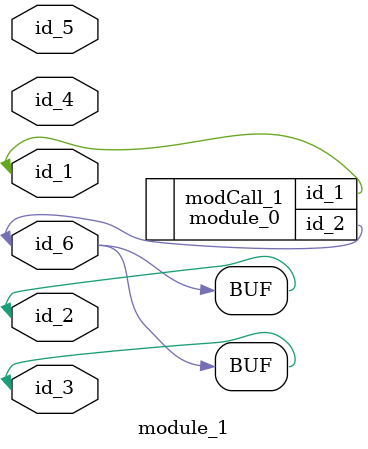
<source format=v>
module module_0 (
    id_1,
    id_2
);
  inout wire id_2;
  inout wire id_1;
  assign id_1 = {1, 1, 1, 1, id_1 && 1, id_1 == id_2, 1 - 1};
  assign id_2 = id_2;
  assign id_2 = 1;
  wire id_3 = !1;
endmodule
module module_1 (
    id_1,
    id_2,
    id_3,
    id_4,
    id_5,
    id_6
);
  inout wire id_6;
  input wire id_5;
  input wire id_4;
  inout wire id_3;
  inout wire id_2;
  inout wire id_1;
  assign id_3 = id_6;
  wire id_7;
  assign id_2 = id_6;
  module_0 modCall_1 (
      id_1,
      id_6
  );
endmodule

</source>
